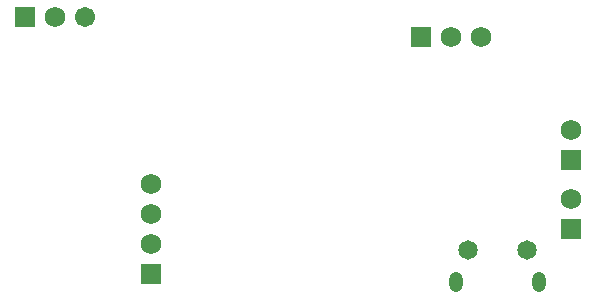
<source format=gbs>
G04*
G04 #@! TF.GenerationSoftware,Altium Limited,Altium Designer,19.1.6 (110)*
G04*
G04 Layer_Color=16711935*
%FSLAX25Y25*%
%MOIN*%
G70*
G01*
G75*
%ADD39O,0.04737X0.06706*%
%ADD40C,0.06706*%
%ADD41C,0.06902*%
%ADD42R,0.06902X0.06902*%
%ADD43R,0.06902X0.06902*%
%ADD44C,0.06509*%
D39*
X513937Y277370D02*
D03*
X486378D02*
D03*
D40*
X362500Y365500D02*
D03*
D41*
X352500D02*
D03*
X524500Y328000D02*
D03*
Y305000D02*
D03*
X384500Y290000D02*
D03*
Y300000D02*
D03*
Y310000D02*
D03*
X494500Y359000D02*
D03*
X484500D02*
D03*
D42*
X342500Y365500D02*
D03*
X474500Y359000D02*
D03*
D43*
X524500Y318000D02*
D03*
Y295000D02*
D03*
X384500Y280000D02*
D03*
D44*
X510000Y288000D02*
D03*
X490315D02*
D03*
M02*

</source>
